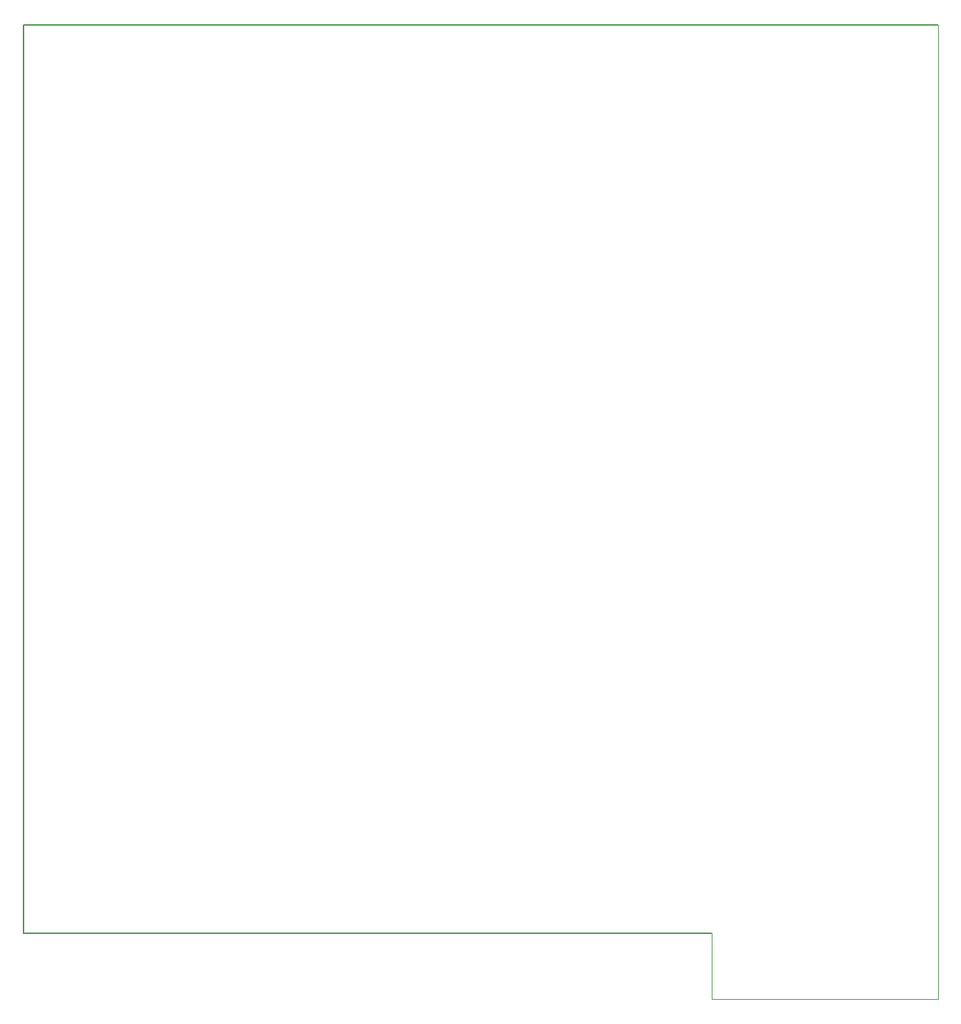
<source format=gbr>
%TF.GenerationSoftware,KiCad,Pcbnew,8.0.1*%
%TF.CreationDate,2024-04-06T23:47:00-04:00*%
%TF.ProjectId,MainBoard1 (1),4d61696e-426f-4617-9264-31202831292e,rev?*%
%TF.SameCoordinates,Original*%
%TF.FileFunction,Profile,NP*%
%FSLAX46Y46*%
G04 Gerber Fmt 4.6, Leading zero omitted, Abs format (unit mm)*
G04 Created by KiCad (PCBNEW 8.0.1) date 2024-04-06 23:47:00*
%MOMM*%
%LPD*%
G01*
G04 APERTURE LIST*
%TA.AperFunction,Profile*%
%ADD10C,0.150000*%
%TD*%
%TA.AperFunction,Profile*%
%ADD11C,0.100000*%
%TD*%
G04 APERTURE END LIST*
D10*
X58928000Y-152216000D02*
X143108000Y-152216000D01*
X58928000Y-41216000D02*
X170748000Y-41216000D01*
D11*
X143108000Y-152216000D02*
X143108000Y-160258000D01*
D10*
X58928000Y-41216000D02*
X58928000Y-152216000D01*
D11*
X170748000Y-160258000D02*
X170748000Y-41216000D01*
X143108000Y-160258000D02*
X170748000Y-160258000D01*
M02*

</source>
